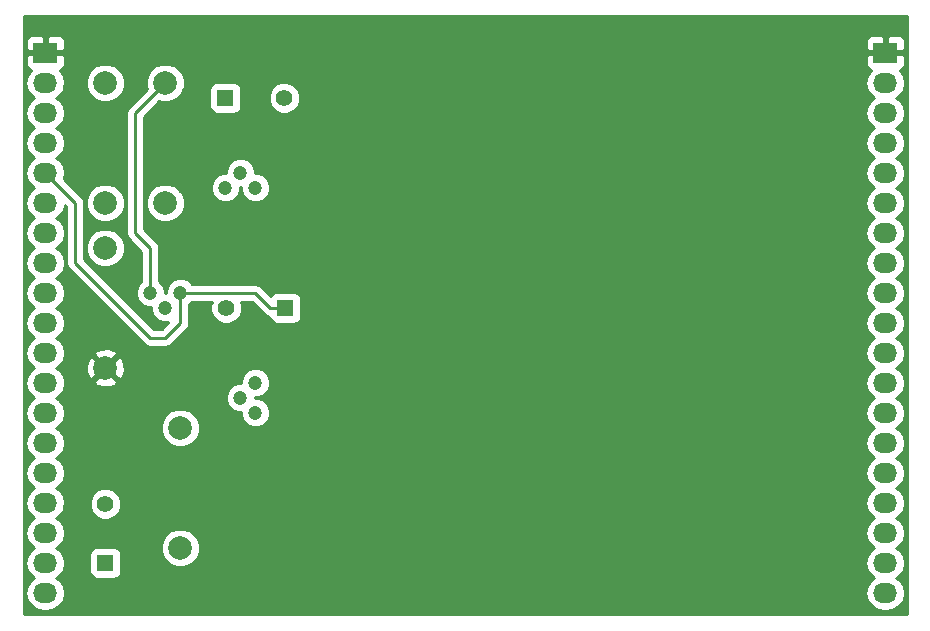
<source format=gbr>
G04 #@! TF.FileFunction,Copper,L2,Bot,Signal*
%FSLAX46Y46*%
G04 Gerber Fmt 4.6, Leading zero omitted, Abs format (unit mm)*
G04 Created by KiCad (PCBNEW 4.0.3+e1-6302~38~ubuntu16.04.1-stable) date Thu Aug 25 17:12:23 2016*
%MOMM*%
%LPD*%
G01*
G04 APERTURE LIST*
%ADD10C,0.100000*%
%ADD11R,1.400000X1.400000*%
%ADD12C,1.400000*%
%ADD13C,1.998980*%
%ADD14C,1.200000*%
%ADD15R,2.032000X1.727200*%
%ADD16O,2.032000X1.727200*%
%ADD17C,0.250000*%
%ADD18C,0.254000*%
G04 APERTURE END LIST*
D10*
D11*
X66040000Y-113030000D03*
D12*
X66040000Y-108030000D03*
D13*
X72390000Y-101600000D03*
X72390000Y-111760000D03*
D14*
X78740000Y-97790000D03*
X77470000Y-99060000D03*
X78740000Y-100330000D03*
X69850000Y-90170000D03*
X71120000Y-91440000D03*
X72390000Y-90170000D03*
D11*
X81280000Y-91440000D03*
D12*
X76280000Y-91440000D03*
D14*
X78740000Y-81280000D03*
X77470000Y-80010000D03*
X76200000Y-81280000D03*
D13*
X66040000Y-86360000D03*
X66040000Y-96520000D03*
D11*
X76200000Y-73660000D03*
D12*
X81200000Y-73660000D03*
D13*
X66040000Y-72390000D03*
X66040000Y-82550000D03*
X71120000Y-72390000D03*
X71120000Y-82550000D03*
D15*
X60960000Y-69850000D03*
D16*
X60960000Y-72390000D03*
X60960000Y-74930000D03*
X60960000Y-77470000D03*
X60960000Y-80010000D03*
X60960000Y-82550000D03*
X60960000Y-85090000D03*
X60960000Y-87630000D03*
X60960000Y-90170000D03*
X60960000Y-92710000D03*
X60960000Y-95250000D03*
X60960000Y-97790000D03*
X60960000Y-100330000D03*
X60960000Y-102870000D03*
X60960000Y-105410000D03*
X60960000Y-107950000D03*
X60960000Y-110490000D03*
X60960000Y-113030000D03*
X60960000Y-115570000D03*
D15*
X132080000Y-69850000D03*
D16*
X132080000Y-72390000D03*
X132080000Y-74930000D03*
X132080000Y-77470000D03*
X132080000Y-80010000D03*
X132080000Y-82550000D03*
X132080000Y-85090000D03*
X132080000Y-87630000D03*
X132080000Y-90170000D03*
X132080000Y-92710000D03*
X132080000Y-95250000D03*
X132080000Y-97790000D03*
X132080000Y-100330000D03*
X132080000Y-102870000D03*
X132080000Y-105410000D03*
X132080000Y-107950000D03*
X132080000Y-110490000D03*
X132080000Y-113030000D03*
X132080000Y-115570000D03*
D17*
X72390000Y-90170000D02*
X72390000Y-92710000D01*
X72390000Y-92710000D02*
X71120000Y-93980000D01*
X71120000Y-93980000D02*
X69850000Y-93980000D01*
X69850000Y-93980000D02*
X64770000Y-88900000D01*
X64770000Y-88900000D02*
X63500000Y-87630000D01*
X63500000Y-87630000D02*
X63500000Y-82550000D01*
X63500000Y-82550000D02*
X60960000Y-80010000D01*
X72390000Y-90170000D02*
X78740000Y-90170000D01*
X80010000Y-91440000D02*
X81280000Y-91440000D01*
X78740000Y-90170000D02*
X80010000Y-91440000D01*
X69850000Y-90170000D02*
X69850000Y-86360000D01*
X68580000Y-74930000D02*
X71120000Y-72390000D01*
X68580000Y-85090000D02*
X68580000Y-74930000D01*
X69850000Y-86360000D02*
X68580000Y-85090000D01*
D18*
G36*
X133910000Y-117400000D02*
X59130000Y-117400000D01*
X59130000Y-72390000D01*
X59276655Y-72390000D01*
X59390729Y-72963489D01*
X59715585Y-73449670D01*
X60030366Y-73660000D01*
X59715585Y-73870330D01*
X59390729Y-74356511D01*
X59276655Y-74930000D01*
X59390729Y-75503489D01*
X59715585Y-75989670D01*
X60030366Y-76200000D01*
X59715585Y-76410330D01*
X59390729Y-76896511D01*
X59276655Y-77470000D01*
X59390729Y-78043489D01*
X59715585Y-78529670D01*
X60030366Y-78740000D01*
X59715585Y-78950330D01*
X59390729Y-79436511D01*
X59276655Y-80010000D01*
X59390729Y-80583489D01*
X59715585Y-81069670D01*
X60030366Y-81280000D01*
X59715585Y-81490330D01*
X59390729Y-81976511D01*
X59276655Y-82550000D01*
X59390729Y-83123489D01*
X59715585Y-83609670D01*
X60030366Y-83820000D01*
X59715585Y-84030330D01*
X59390729Y-84516511D01*
X59276655Y-85090000D01*
X59390729Y-85663489D01*
X59715585Y-86149670D01*
X60030366Y-86360000D01*
X59715585Y-86570330D01*
X59390729Y-87056511D01*
X59276655Y-87630000D01*
X59390729Y-88203489D01*
X59715585Y-88689670D01*
X60030366Y-88900000D01*
X59715585Y-89110330D01*
X59390729Y-89596511D01*
X59276655Y-90170000D01*
X59390729Y-90743489D01*
X59715585Y-91229670D01*
X60030366Y-91440000D01*
X59715585Y-91650330D01*
X59390729Y-92136511D01*
X59276655Y-92710000D01*
X59390729Y-93283489D01*
X59715585Y-93769670D01*
X60030366Y-93980000D01*
X59715585Y-94190330D01*
X59390729Y-94676511D01*
X59276655Y-95250000D01*
X59390729Y-95823489D01*
X59715585Y-96309670D01*
X60030366Y-96520000D01*
X59715585Y-96730330D01*
X59390729Y-97216511D01*
X59276655Y-97790000D01*
X59390729Y-98363489D01*
X59715585Y-98849670D01*
X60030366Y-99060000D01*
X59715585Y-99270330D01*
X59390729Y-99756511D01*
X59276655Y-100330000D01*
X59390729Y-100903489D01*
X59715585Y-101389670D01*
X60030366Y-101600000D01*
X59715585Y-101810330D01*
X59390729Y-102296511D01*
X59276655Y-102870000D01*
X59390729Y-103443489D01*
X59715585Y-103929670D01*
X60030366Y-104140000D01*
X59715585Y-104350330D01*
X59390729Y-104836511D01*
X59276655Y-105410000D01*
X59390729Y-105983489D01*
X59715585Y-106469670D01*
X60030366Y-106680000D01*
X59715585Y-106890330D01*
X59390729Y-107376511D01*
X59276655Y-107950000D01*
X59390729Y-108523489D01*
X59715585Y-109009670D01*
X60030366Y-109220000D01*
X59715585Y-109430330D01*
X59390729Y-109916511D01*
X59276655Y-110490000D01*
X59390729Y-111063489D01*
X59715585Y-111549670D01*
X60030366Y-111760000D01*
X59715585Y-111970330D01*
X59390729Y-112456511D01*
X59276655Y-113030000D01*
X59390729Y-113603489D01*
X59715585Y-114089670D01*
X60030366Y-114300000D01*
X59715585Y-114510330D01*
X59390729Y-114996511D01*
X59276655Y-115570000D01*
X59390729Y-116143489D01*
X59715585Y-116629670D01*
X60201766Y-116954526D01*
X60775255Y-117068600D01*
X61144745Y-117068600D01*
X61718234Y-116954526D01*
X62204415Y-116629670D01*
X62529271Y-116143489D01*
X62643345Y-115570000D01*
X62529271Y-114996511D01*
X62204415Y-114510330D01*
X61889634Y-114300000D01*
X62204415Y-114089670D01*
X62529271Y-113603489D01*
X62643345Y-113030000D01*
X62529271Y-112456511D01*
X62444739Y-112330000D01*
X64692560Y-112330000D01*
X64692560Y-113730000D01*
X64736838Y-113965317D01*
X64875910Y-114181441D01*
X65088110Y-114326431D01*
X65340000Y-114377440D01*
X66740000Y-114377440D01*
X66975317Y-114333162D01*
X67191441Y-114194090D01*
X67336431Y-113981890D01*
X67387440Y-113730000D01*
X67387440Y-112330000D01*
X67343162Y-112094683D01*
X67336091Y-112083694D01*
X70755226Y-112083694D01*
X71003538Y-112684655D01*
X71462927Y-113144846D01*
X72063453Y-113394206D01*
X72713694Y-113394774D01*
X73314655Y-113146462D01*
X73774846Y-112687073D01*
X74024206Y-112086547D01*
X74024774Y-111436306D01*
X73776462Y-110835345D01*
X73317073Y-110375154D01*
X72716547Y-110125794D01*
X72066306Y-110125226D01*
X71465345Y-110373538D01*
X71005154Y-110832927D01*
X70755794Y-111433453D01*
X70755226Y-112083694D01*
X67336091Y-112083694D01*
X67204090Y-111878559D01*
X66991890Y-111733569D01*
X66740000Y-111682560D01*
X65340000Y-111682560D01*
X65104683Y-111726838D01*
X64888559Y-111865910D01*
X64743569Y-112078110D01*
X64692560Y-112330000D01*
X62444739Y-112330000D01*
X62204415Y-111970330D01*
X61889634Y-111760000D01*
X62204415Y-111549670D01*
X62529271Y-111063489D01*
X62643345Y-110490000D01*
X62529271Y-109916511D01*
X62204415Y-109430330D01*
X61889634Y-109220000D01*
X62204415Y-109009670D01*
X62529271Y-108523489D01*
X62574842Y-108294383D01*
X64704769Y-108294383D01*
X64907582Y-108785229D01*
X65282796Y-109161098D01*
X65773287Y-109364768D01*
X66304383Y-109365231D01*
X66795229Y-109162418D01*
X67171098Y-108787204D01*
X67374768Y-108296713D01*
X67375231Y-107765617D01*
X67172418Y-107274771D01*
X66797204Y-106898902D01*
X66306713Y-106695232D01*
X65775617Y-106694769D01*
X65284771Y-106897582D01*
X64908902Y-107272796D01*
X64705232Y-107763287D01*
X64704769Y-108294383D01*
X62574842Y-108294383D01*
X62643345Y-107950000D01*
X62529271Y-107376511D01*
X62204415Y-106890330D01*
X61889634Y-106680000D01*
X62204415Y-106469670D01*
X62529271Y-105983489D01*
X62643345Y-105410000D01*
X62529271Y-104836511D01*
X62204415Y-104350330D01*
X61889634Y-104140000D01*
X62204415Y-103929670D01*
X62529271Y-103443489D01*
X62643345Y-102870000D01*
X62529271Y-102296511D01*
X62280163Y-101923694D01*
X70755226Y-101923694D01*
X71003538Y-102524655D01*
X71462927Y-102984846D01*
X72063453Y-103234206D01*
X72713694Y-103234774D01*
X73314655Y-102986462D01*
X73774846Y-102527073D01*
X74024206Y-101926547D01*
X74024774Y-101276306D01*
X73776462Y-100675345D01*
X73317073Y-100215154D01*
X72716547Y-99965794D01*
X72066306Y-99965226D01*
X71465345Y-100213538D01*
X71005154Y-100672927D01*
X70755794Y-101273453D01*
X70755226Y-101923694D01*
X62280163Y-101923694D01*
X62204415Y-101810330D01*
X61889634Y-101600000D01*
X62204415Y-101389670D01*
X62529271Y-100903489D01*
X62643345Y-100330000D01*
X62529271Y-99756511D01*
X62227300Y-99304579D01*
X76234786Y-99304579D01*
X76422408Y-99758657D01*
X76769515Y-100106371D01*
X77223266Y-100294785D01*
X77505030Y-100295031D01*
X77504786Y-100574579D01*
X77692408Y-101028657D01*
X78039515Y-101376371D01*
X78493266Y-101564785D01*
X78984579Y-101565214D01*
X79438657Y-101377592D01*
X79786371Y-101030485D01*
X79974785Y-100576734D01*
X79975214Y-100085421D01*
X79787592Y-99631343D01*
X79440485Y-99283629D01*
X78986734Y-99095215D01*
X78704970Y-99094969D01*
X78705031Y-99024970D01*
X78984579Y-99025214D01*
X79438657Y-98837592D01*
X79786371Y-98490485D01*
X79974785Y-98036734D01*
X79975214Y-97545421D01*
X79787592Y-97091343D01*
X79440485Y-96743629D01*
X78986734Y-96555215D01*
X78495421Y-96554786D01*
X78041343Y-96742408D01*
X77693629Y-97089515D01*
X77505215Y-97543266D01*
X77504969Y-97825030D01*
X77225421Y-97824786D01*
X76771343Y-98012408D01*
X76423629Y-98359515D01*
X76235215Y-98813266D01*
X76234786Y-99304579D01*
X62227300Y-99304579D01*
X62204415Y-99270330D01*
X61889634Y-99060000D01*
X62204415Y-98849670D01*
X62529271Y-98363489D01*
X62643345Y-97790000D01*
X62619906Y-97672163D01*
X65067443Y-97672163D01*
X65166042Y-97938965D01*
X65775582Y-98165401D01*
X66425377Y-98141341D01*
X66913958Y-97938965D01*
X67012557Y-97672163D01*
X66040000Y-96699605D01*
X65067443Y-97672163D01*
X62619906Y-97672163D01*
X62529271Y-97216511D01*
X62204415Y-96730330D01*
X61889634Y-96520000D01*
X62204415Y-96309670D01*
X62240555Y-96255582D01*
X64394599Y-96255582D01*
X64418659Y-96905377D01*
X64621035Y-97393958D01*
X64887837Y-97492557D01*
X65860395Y-96520000D01*
X66219605Y-96520000D01*
X67192163Y-97492557D01*
X67458965Y-97393958D01*
X67685401Y-96784418D01*
X67661341Y-96134623D01*
X67458965Y-95646042D01*
X67192163Y-95547443D01*
X66219605Y-96520000D01*
X65860395Y-96520000D01*
X64887837Y-95547443D01*
X64621035Y-95646042D01*
X64394599Y-96255582D01*
X62240555Y-96255582D01*
X62529271Y-95823489D01*
X62619905Y-95367837D01*
X65067443Y-95367837D01*
X66040000Y-96340395D01*
X67012557Y-95367837D01*
X66913958Y-95101035D01*
X66304418Y-94874599D01*
X65654623Y-94898659D01*
X65166042Y-95101035D01*
X65067443Y-95367837D01*
X62619905Y-95367837D01*
X62643345Y-95250000D01*
X62529271Y-94676511D01*
X62204415Y-94190330D01*
X61889634Y-93980000D01*
X62204415Y-93769670D01*
X62529271Y-93283489D01*
X62643345Y-92710000D01*
X62529271Y-92136511D01*
X62204415Y-91650330D01*
X61889634Y-91440000D01*
X62204415Y-91229670D01*
X62529271Y-90743489D01*
X62643345Y-90170000D01*
X62529271Y-89596511D01*
X62204415Y-89110330D01*
X61889634Y-88900000D01*
X62204415Y-88689670D01*
X62529271Y-88203489D01*
X62643345Y-87630000D01*
X62529271Y-87056511D01*
X62204415Y-86570330D01*
X61889634Y-86360000D01*
X62204415Y-86149670D01*
X62529271Y-85663489D01*
X62643345Y-85090000D01*
X62529271Y-84516511D01*
X62204415Y-84030330D01*
X61889634Y-83820000D01*
X62204415Y-83609670D01*
X62529271Y-83123489D01*
X62607152Y-82731954D01*
X62740000Y-82864802D01*
X62740000Y-87630000D01*
X62797852Y-87920839D01*
X62962599Y-88167401D01*
X69312599Y-94517401D01*
X69559161Y-94682148D01*
X69850000Y-94740000D01*
X71120000Y-94740000D01*
X71410839Y-94682148D01*
X71657401Y-94517401D01*
X72927401Y-93247401D01*
X73092148Y-93000840D01*
X73150000Y-92710000D01*
X73150000Y-91156356D01*
X73376752Y-90930000D01*
X75046254Y-90930000D01*
X74945232Y-91173287D01*
X74944769Y-91704383D01*
X75147582Y-92195229D01*
X75522796Y-92571098D01*
X76013287Y-92774768D01*
X76544383Y-92775231D01*
X77035229Y-92572418D01*
X77411098Y-92197204D01*
X77614768Y-91706713D01*
X77615231Y-91175617D01*
X77513744Y-90930000D01*
X78425198Y-90930000D01*
X79472599Y-91977401D01*
X79719160Y-92142148D01*
X79941278Y-92186330D01*
X79976838Y-92375317D01*
X80115910Y-92591441D01*
X80328110Y-92736431D01*
X80580000Y-92787440D01*
X81980000Y-92787440D01*
X82215317Y-92743162D01*
X82431441Y-92604090D01*
X82576431Y-92391890D01*
X82627440Y-92140000D01*
X82627440Y-90740000D01*
X82583162Y-90504683D01*
X82444090Y-90288559D01*
X82231890Y-90143569D01*
X81980000Y-90092560D01*
X80580000Y-90092560D01*
X80344683Y-90136838D01*
X80128559Y-90275910D01*
X80044190Y-90399388D01*
X79277401Y-89632599D01*
X79030839Y-89467852D01*
X78740000Y-89410000D01*
X73376356Y-89410000D01*
X73090485Y-89123629D01*
X72636734Y-88935215D01*
X72145421Y-88934786D01*
X71691343Y-89122408D01*
X71343629Y-89469515D01*
X71155215Y-89923266D01*
X71154969Y-90205030D01*
X71084970Y-90204969D01*
X71085214Y-89925421D01*
X70897592Y-89471343D01*
X70610000Y-89183248D01*
X70610000Y-86360000D01*
X70587219Y-86245474D01*
X70552148Y-86069160D01*
X70387401Y-85822599D01*
X69340000Y-84775198D01*
X69340000Y-82873694D01*
X69485226Y-82873694D01*
X69733538Y-83474655D01*
X70192927Y-83934846D01*
X70793453Y-84184206D01*
X71443694Y-84184774D01*
X72044655Y-83936462D01*
X72504846Y-83477073D01*
X72754206Y-82876547D01*
X72754774Y-82226306D01*
X72506462Y-81625345D01*
X72405872Y-81524579D01*
X74964786Y-81524579D01*
X75152408Y-81978657D01*
X75499515Y-82326371D01*
X75953266Y-82514785D01*
X76444579Y-82515214D01*
X76898657Y-82327592D01*
X77246371Y-81980485D01*
X77434785Y-81526734D01*
X77435031Y-81244970D01*
X77505030Y-81245031D01*
X77504786Y-81524579D01*
X77692408Y-81978657D01*
X78039515Y-82326371D01*
X78493266Y-82514785D01*
X78984579Y-82515214D01*
X79438657Y-82327592D01*
X79786371Y-81980485D01*
X79974785Y-81526734D01*
X79975214Y-81035421D01*
X79787592Y-80581343D01*
X79440485Y-80233629D01*
X78986734Y-80045215D01*
X78704970Y-80044969D01*
X78705214Y-79765421D01*
X78517592Y-79311343D01*
X78170485Y-78963629D01*
X77716734Y-78775215D01*
X77225421Y-78774786D01*
X76771343Y-78962408D01*
X76423629Y-79309515D01*
X76235215Y-79763266D01*
X76234969Y-80045030D01*
X75955421Y-80044786D01*
X75501343Y-80232408D01*
X75153629Y-80579515D01*
X74965215Y-81033266D01*
X74964786Y-81524579D01*
X72405872Y-81524579D01*
X72047073Y-81165154D01*
X71446547Y-80915794D01*
X70796306Y-80915226D01*
X70195345Y-81163538D01*
X69735154Y-81622927D01*
X69485794Y-82223453D01*
X69485226Y-82873694D01*
X69340000Y-82873694D01*
X69340000Y-75244802D01*
X70628917Y-73955885D01*
X70793453Y-74024206D01*
X71443694Y-74024774D01*
X72044655Y-73776462D01*
X72504846Y-73317073D01*
X72653115Y-72960000D01*
X74852560Y-72960000D01*
X74852560Y-74360000D01*
X74896838Y-74595317D01*
X75035910Y-74811441D01*
X75248110Y-74956431D01*
X75500000Y-75007440D01*
X76900000Y-75007440D01*
X77135317Y-74963162D01*
X77351441Y-74824090D01*
X77496431Y-74611890D01*
X77547440Y-74360000D01*
X77547440Y-73924383D01*
X79864769Y-73924383D01*
X80067582Y-74415229D01*
X80442796Y-74791098D01*
X80933287Y-74994768D01*
X81464383Y-74995231D01*
X81955229Y-74792418D01*
X82331098Y-74417204D01*
X82534768Y-73926713D01*
X82535231Y-73395617D01*
X82332418Y-72904771D01*
X81957204Y-72528902D01*
X81622692Y-72390000D01*
X130396655Y-72390000D01*
X130510729Y-72963489D01*
X130835585Y-73449670D01*
X131150366Y-73660000D01*
X130835585Y-73870330D01*
X130510729Y-74356511D01*
X130396655Y-74930000D01*
X130510729Y-75503489D01*
X130835585Y-75989670D01*
X131150366Y-76200000D01*
X130835585Y-76410330D01*
X130510729Y-76896511D01*
X130396655Y-77470000D01*
X130510729Y-78043489D01*
X130835585Y-78529670D01*
X131150366Y-78740000D01*
X130835585Y-78950330D01*
X130510729Y-79436511D01*
X130396655Y-80010000D01*
X130510729Y-80583489D01*
X130835585Y-81069670D01*
X131150366Y-81280000D01*
X130835585Y-81490330D01*
X130510729Y-81976511D01*
X130396655Y-82550000D01*
X130510729Y-83123489D01*
X130835585Y-83609670D01*
X131150366Y-83820000D01*
X130835585Y-84030330D01*
X130510729Y-84516511D01*
X130396655Y-85090000D01*
X130510729Y-85663489D01*
X130835585Y-86149670D01*
X131150366Y-86360000D01*
X130835585Y-86570330D01*
X130510729Y-87056511D01*
X130396655Y-87630000D01*
X130510729Y-88203489D01*
X130835585Y-88689670D01*
X131150366Y-88900000D01*
X130835585Y-89110330D01*
X130510729Y-89596511D01*
X130396655Y-90170000D01*
X130510729Y-90743489D01*
X130835585Y-91229670D01*
X131150366Y-91440000D01*
X130835585Y-91650330D01*
X130510729Y-92136511D01*
X130396655Y-92710000D01*
X130510729Y-93283489D01*
X130835585Y-93769670D01*
X131150366Y-93980000D01*
X130835585Y-94190330D01*
X130510729Y-94676511D01*
X130396655Y-95250000D01*
X130510729Y-95823489D01*
X130835585Y-96309670D01*
X131150366Y-96520000D01*
X130835585Y-96730330D01*
X130510729Y-97216511D01*
X130396655Y-97790000D01*
X130510729Y-98363489D01*
X130835585Y-98849670D01*
X131150366Y-99060000D01*
X130835585Y-99270330D01*
X130510729Y-99756511D01*
X130396655Y-100330000D01*
X130510729Y-100903489D01*
X130835585Y-101389670D01*
X131150366Y-101600000D01*
X130835585Y-101810330D01*
X130510729Y-102296511D01*
X130396655Y-102870000D01*
X130510729Y-103443489D01*
X130835585Y-103929670D01*
X131150366Y-104140000D01*
X130835585Y-104350330D01*
X130510729Y-104836511D01*
X130396655Y-105410000D01*
X130510729Y-105983489D01*
X130835585Y-106469670D01*
X131150366Y-106680000D01*
X130835585Y-106890330D01*
X130510729Y-107376511D01*
X130396655Y-107950000D01*
X130510729Y-108523489D01*
X130835585Y-109009670D01*
X131150366Y-109220000D01*
X130835585Y-109430330D01*
X130510729Y-109916511D01*
X130396655Y-110490000D01*
X130510729Y-111063489D01*
X130835585Y-111549670D01*
X131150366Y-111760000D01*
X130835585Y-111970330D01*
X130510729Y-112456511D01*
X130396655Y-113030000D01*
X130510729Y-113603489D01*
X130835585Y-114089670D01*
X131150366Y-114300000D01*
X130835585Y-114510330D01*
X130510729Y-114996511D01*
X130396655Y-115570000D01*
X130510729Y-116143489D01*
X130835585Y-116629670D01*
X131321766Y-116954526D01*
X131895255Y-117068600D01*
X132264745Y-117068600D01*
X132838234Y-116954526D01*
X133324415Y-116629670D01*
X133649271Y-116143489D01*
X133763345Y-115570000D01*
X133649271Y-114996511D01*
X133324415Y-114510330D01*
X133009634Y-114300000D01*
X133324415Y-114089670D01*
X133649271Y-113603489D01*
X133763345Y-113030000D01*
X133649271Y-112456511D01*
X133324415Y-111970330D01*
X133009634Y-111760000D01*
X133324415Y-111549670D01*
X133649271Y-111063489D01*
X133763345Y-110490000D01*
X133649271Y-109916511D01*
X133324415Y-109430330D01*
X133009634Y-109220000D01*
X133324415Y-109009670D01*
X133649271Y-108523489D01*
X133763345Y-107950000D01*
X133649271Y-107376511D01*
X133324415Y-106890330D01*
X133009634Y-106680000D01*
X133324415Y-106469670D01*
X133649271Y-105983489D01*
X133763345Y-105410000D01*
X133649271Y-104836511D01*
X133324415Y-104350330D01*
X133009634Y-104140000D01*
X133324415Y-103929670D01*
X133649271Y-103443489D01*
X133763345Y-102870000D01*
X133649271Y-102296511D01*
X133324415Y-101810330D01*
X133009634Y-101600000D01*
X133324415Y-101389670D01*
X133649271Y-100903489D01*
X133763345Y-100330000D01*
X133649271Y-99756511D01*
X133324415Y-99270330D01*
X133009634Y-99060000D01*
X133324415Y-98849670D01*
X133649271Y-98363489D01*
X133763345Y-97790000D01*
X133649271Y-97216511D01*
X133324415Y-96730330D01*
X133009634Y-96520000D01*
X133324415Y-96309670D01*
X133649271Y-95823489D01*
X133763345Y-95250000D01*
X133649271Y-94676511D01*
X133324415Y-94190330D01*
X133009634Y-93980000D01*
X133324415Y-93769670D01*
X133649271Y-93283489D01*
X133763345Y-92710000D01*
X133649271Y-92136511D01*
X133324415Y-91650330D01*
X133009634Y-91440000D01*
X133324415Y-91229670D01*
X133649271Y-90743489D01*
X133763345Y-90170000D01*
X133649271Y-89596511D01*
X133324415Y-89110330D01*
X133009634Y-88900000D01*
X133324415Y-88689670D01*
X133649271Y-88203489D01*
X133763345Y-87630000D01*
X133649271Y-87056511D01*
X133324415Y-86570330D01*
X133009634Y-86360000D01*
X133324415Y-86149670D01*
X133649271Y-85663489D01*
X133763345Y-85090000D01*
X133649271Y-84516511D01*
X133324415Y-84030330D01*
X133009634Y-83820000D01*
X133324415Y-83609670D01*
X133649271Y-83123489D01*
X133763345Y-82550000D01*
X133649271Y-81976511D01*
X133324415Y-81490330D01*
X133009634Y-81280000D01*
X133324415Y-81069670D01*
X133649271Y-80583489D01*
X133763345Y-80010000D01*
X133649271Y-79436511D01*
X133324415Y-78950330D01*
X133009634Y-78740000D01*
X133324415Y-78529670D01*
X133649271Y-78043489D01*
X133763345Y-77470000D01*
X133649271Y-76896511D01*
X133324415Y-76410330D01*
X133009634Y-76200000D01*
X133324415Y-75989670D01*
X133649271Y-75503489D01*
X133763345Y-74930000D01*
X133649271Y-74356511D01*
X133324415Y-73870330D01*
X133009634Y-73660000D01*
X133324415Y-73449670D01*
X133649271Y-72963489D01*
X133763345Y-72390000D01*
X133649271Y-71816511D01*
X133324415Y-71330330D01*
X133302220Y-71315500D01*
X133455699Y-71251927D01*
X133634327Y-71073298D01*
X133731000Y-70839909D01*
X133731000Y-70135750D01*
X133572250Y-69977000D01*
X132207000Y-69977000D01*
X132207000Y-69997000D01*
X131953000Y-69997000D01*
X131953000Y-69977000D01*
X130587750Y-69977000D01*
X130429000Y-70135750D01*
X130429000Y-70839909D01*
X130525673Y-71073298D01*
X130704301Y-71251927D01*
X130857780Y-71315500D01*
X130835585Y-71330330D01*
X130510729Y-71816511D01*
X130396655Y-72390000D01*
X81622692Y-72390000D01*
X81466713Y-72325232D01*
X80935617Y-72324769D01*
X80444771Y-72527582D01*
X80068902Y-72902796D01*
X79865232Y-73393287D01*
X79864769Y-73924383D01*
X77547440Y-73924383D01*
X77547440Y-72960000D01*
X77503162Y-72724683D01*
X77364090Y-72508559D01*
X77151890Y-72363569D01*
X76900000Y-72312560D01*
X75500000Y-72312560D01*
X75264683Y-72356838D01*
X75048559Y-72495910D01*
X74903569Y-72708110D01*
X74852560Y-72960000D01*
X72653115Y-72960000D01*
X72754206Y-72716547D01*
X72754774Y-72066306D01*
X72506462Y-71465345D01*
X72047073Y-71005154D01*
X71446547Y-70755794D01*
X70796306Y-70755226D01*
X70195345Y-71003538D01*
X69735154Y-71462927D01*
X69485794Y-72063453D01*
X69485226Y-72713694D01*
X69554309Y-72880889D01*
X68042599Y-74392599D01*
X67877852Y-74639161D01*
X67820000Y-74930000D01*
X67820000Y-85090000D01*
X67877852Y-85380839D01*
X68042599Y-85627401D01*
X69090000Y-86674802D01*
X69090000Y-89183644D01*
X68803629Y-89469515D01*
X68615215Y-89923266D01*
X68614786Y-90414579D01*
X68802408Y-90868657D01*
X69149515Y-91216371D01*
X69603266Y-91404785D01*
X69885030Y-91405031D01*
X69884786Y-91684579D01*
X70072408Y-92138657D01*
X70419515Y-92486371D01*
X70873266Y-92674785D01*
X71349997Y-92675201D01*
X70805198Y-93220000D01*
X70164802Y-93220000D01*
X64260000Y-87315198D01*
X64260000Y-86683694D01*
X64405226Y-86683694D01*
X64653538Y-87284655D01*
X65112927Y-87744846D01*
X65713453Y-87994206D01*
X66363694Y-87994774D01*
X66964655Y-87746462D01*
X67424846Y-87287073D01*
X67674206Y-86686547D01*
X67674774Y-86036306D01*
X67426462Y-85435345D01*
X66967073Y-84975154D01*
X66366547Y-84725794D01*
X65716306Y-84725226D01*
X65115345Y-84973538D01*
X64655154Y-85432927D01*
X64405794Y-86033453D01*
X64405226Y-86683694D01*
X64260000Y-86683694D01*
X64260000Y-82873694D01*
X64405226Y-82873694D01*
X64653538Y-83474655D01*
X65112927Y-83934846D01*
X65713453Y-84184206D01*
X66363694Y-84184774D01*
X66964655Y-83936462D01*
X67424846Y-83477073D01*
X67674206Y-82876547D01*
X67674774Y-82226306D01*
X67426462Y-81625345D01*
X66967073Y-81165154D01*
X66366547Y-80915794D01*
X65716306Y-80915226D01*
X65115345Y-81163538D01*
X64655154Y-81622927D01*
X64405794Y-82223453D01*
X64405226Y-82873694D01*
X64260000Y-82873694D01*
X64260000Y-82550000D01*
X64202148Y-82259161D01*
X64202148Y-82259160D01*
X64037401Y-82012599D01*
X62542381Y-80517579D01*
X62643345Y-80010000D01*
X62529271Y-79436511D01*
X62204415Y-78950330D01*
X61889634Y-78740000D01*
X62204415Y-78529670D01*
X62529271Y-78043489D01*
X62643345Y-77470000D01*
X62529271Y-76896511D01*
X62204415Y-76410330D01*
X61889634Y-76200000D01*
X62204415Y-75989670D01*
X62529271Y-75503489D01*
X62643345Y-74930000D01*
X62529271Y-74356511D01*
X62204415Y-73870330D01*
X61889634Y-73660000D01*
X62204415Y-73449670D01*
X62529271Y-72963489D01*
X62578958Y-72713694D01*
X64405226Y-72713694D01*
X64653538Y-73314655D01*
X65112927Y-73774846D01*
X65713453Y-74024206D01*
X66363694Y-74024774D01*
X66964655Y-73776462D01*
X67424846Y-73317073D01*
X67674206Y-72716547D01*
X67674774Y-72066306D01*
X67426462Y-71465345D01*
X66967073Y-71005154D01*
X66366547Y-70755794D01*
X65716306Y-70755226D01*
X65115345Y-71003538D01*
X64655154Y-71462927D01*
X64405794Y-72063453D01*
X64405226Y-72713694D01*
X62578958Y-72713694D01*
X62643345Y-72390000D01*
X62529271Y-71816511D01*
X62204415Y-71330330D01*
X62182220Y-71315500D01*
X62335699Y-71251927D01*
X62514327Y-71073298D01*
X62611000Y-70839909D01*
X62611000Y-70135750D01*
X62452250Y-69977000D01*
X61087000Y-69977000D01*
X61087000Y-69997000D01*
X60833000Y-69997000D01*
X60833000Y-69977000D01*
X59467750Y-69977000D01*
X59309000Y-70135750D01*
X59309000Y-70839909D01*
X59405673Y-71073298D01*
X59584301Y-71251927D01*
X59737780Y-71315500D01*
X59715585Y-71330330D01*
X59390729Y-71816511D01*
X59276655Y-72390000D01*
X59130000Y-72390000D01*
X59130000Y-68860091D01*
X59309000Y-68860091D01*
X59309000Y-69564250D01*
X59467750Y-69723000D01*
X60833000Y-69723000D01*
X60833000Y-68510150D01*
X61087000Y-68510150D01*
X61087000Y-69723000D01*
X62452250Y-69723000D01*
X62611000Y-69564250D01*
X62611000Y-68860091D01*
X130429000Y-68860091D01*
X130429000Y-69564250D01*
X130587750Y-69723000D01*
X131953000Y-69723000D01*
X131953000Y-68510150D01*
X132207000Y-68510150D01*
X132207000Y-69723000D01*
X133572250Y-69723000D01*
X133731000Y-69564250D01*
X133731000Y-68860091D01*
X133634327Y-68626702D01*
X133455699Y-68448073D01*
X133222310Y-68351400D01*
X132365750Y-68351400D01*
X132207000Y-68510150D01*
X131953000Y-68510150D01*
X131794250Y-68351400D01*
X130937690Y-68351400D01*
X130704301Y-68448073D01*
X130525673Y-68626702D01*
X130429000Y-68860091D01*
X62611000Y-68860091D01*
X62514327Y-68626702D01*
X62335699Y-68448073D01*
X62102310Y-68351400D01*
X61245750Y-68351400D01*
X61087000Y-68510150D01*
X60833000Y-68510150D01*
X60674250Y-68351400D01*
X59817690Y-68351400D01*
X59584301Y-68448073D01*
X59405673Y-68626702D01*
X59309000Y-68860091D01*
X59130000Y-68860091D01*
X59130000Y-66750000D01*
X133910000Y-66750000D01*
X133910000Y-117400000D01*
X133910000Y-117400000D01*
G37*
X133910000Y-117400000D02*
X59130000Y-117400000D01*
X59130000Y-72390000D01*
X59276655Y-72390000D01*
X59390729Y-72963489D01*
X59715585Y-73449670D01*
X60030366Y-73660000D01*
X59715585Y-73870330D01*
X59390729Y-74356511D01*
X59276655Y-74930000D01*
X59390729Y-75503489D01*
X59715585Y-75989670D01*
X60030366Y-76200000D01*
X59715585Y-76410330D01*
X59390729Y-76896511D01*
X59276655Y-77470000D01*
X59390729Y-78043489D01*
X59715585Y-78529670D01*
X60030366Y-78740000D01*
X59715585Y-78950330D01*
X59390729Y-79436511D01*
X59276655Y-80010000D01*
X59390729Y-80583489D01*
X59715585Y-81069670D01*
X60030366Y-81280000D01*
X59715585Y-81490330D01*
X59390729Y-81976511D01*
X59276655Y-82550000D01*
X59390729Y-83123489D01*
X59715585Y-83609670D01*
X60030366Y-83820000D01*
X59715585Y-84030330D01*
X59390729Y-84516511D01*
X59276655Y-85090000D01*
X59390729Y-85663489D01*
X59715585Y-86149670D01*
X60030366Y-86360000D01*
X59715585Y-86570330D01*
X59390729Y-87056511D01*
X59276655Y-87630000D01*
X59390729Y-88203489D01*
X59715585Y-88689670D01*
X60030366Y-88900000D01*
X59715585Y-89110330D01*
X59390729Y-89596511D01*
X59276655Y-90170000D01*
X59390729Y-90743489D01*
X59715585Y-91229670D01*
X60030366Y-91440000D01*
X59715585Y-91650330D01*
X59390729Y-92136511D01*
X59276655Y-92710000D01*
X59390729Y-93283489D01*
X59715585Y-93769670D01*
X60030366Y-93980000D01*
X59715585Y-94190330D01*
X59390729Y-94676511D01*
X59276655Y-95250000D01*
X59390729Y-95823489D01*
X59715585Y-96309670D01*
X60030366Y-96520000D01*
X59715585Y-96730330D01*
X59390729Y-97216511D01*
X59276655Y-97790000D01*
X59390729Y-98363489D01*
X59715585Y-98849670D01*
X60030366Y-99060000D01*
X59715585Y-99270330D01*
X59390729Y-99756511D01*
X59276655Y-100330000D01*
X59390729Y-100903489D01*
X59715585Y-101389670D01*
X60030366Y-101600000D01*
X59715585Y-101810330D01*
X59390729Y-102296511D01*
X59276655Y-102870000D01*
X59390729Y-103443489D01*
X59715585Y-103929670D01*
X60030366Y-104140000D01*
X59715585Y-104350330D01*
X59390729Y-104836511D01*
X59276655Y-105410000D01*
X59390729Y-105983489D01*
X59715585Y-106469670D01*
X60030366Y-106680000D01*
X59715585Y-106890330D01*
X59390729Y-107376511D01*
X59276655Y-107950000D01*
X59390729Y-108523489D01*
X59715585Y-109009670D01*
X60030366Y-109220000D01*
X59715585Y-109430330D01*
X59390729Y-109916511D01*
X59276655Y-110490000D01*
X59390729Y-111063489D01*
X59715585Y-111549670D01*
X60030366Y-111760000D01*
X59715585Y-111970330D01*
X59390729Y-112456511D01*
X59276655Y-113030000D01*
X59390729Y-113603489D01*
X59715585Y-114089670D01*
X60030366Y-114300000D01*
X59715585Y-114510330D01*
X59390729Y-114996511D01*
X59276655Y-115570000D01*
X59390729Y-116143489D01*
X59715585Y-116629670D01*
X60201766Y-116954526D01*
X60775255Y-117068600D01*
X61144745Y-117068600D01*
X61718234Y-116954526D01*
X62204415Y-116629670D01*
X62529271Y-116143489D01*
X62643345Y-115570000D01*
X62529271Y-114996511D01*
X62204415Y-114510330D01*
X61889634Y-114300000D01*
X62204415Y-114089670D01*
X62529271Y-113603489D01*
X62643345Y-113030000D01*
X62529271Y-112456511D01*
X62444739Y-112330000D01*
X64692560Y-112330000D01*
X64692560Y-113730000D01*
X64736838Y-113965317D01*
X64875910Y-114181441D01*
X65088110Y-114326431D01*
X65340000Y-114377440D01*
X66740000Y-114377440D01*
X66975317Y-114333162D01*
X67191441Y-114194090D01*
X67336431Y-113981890D01*
X67387440Y-113730000D01*
X67387440Y-112330000D01*
X67343162Y-112094683D01*
X67336091Y-112083694D01*
X70755226Y-112083694D01*
X71003538Y-112684655D01*
X71462927Y-113144846D01*
X72063453Y-113394206D01*
X72713694Y-113394774D01*
X73314655Y-113146462D01*
X73774846Y-112687073D01*
X74024206Y-112086547D01*
X74024774Y-111436306D01*
X73776462Y-110835345D01*
X73317073Y-110375154D01*
X72716547Y-110125794D01*
X72066306Y-110125226D01*
X71465345Y-110373538D01*
X71005154Y-110832927D01*
X70755794Y-111433453D01*
X70755226Y-112083694D01*
X67336091Y-112083694D01*
X67204090Y-111878559D01*
X66991890Y-111733569D01*
X66740000Y-111682560D01*
X65340000Y-111682560D01*
X65104683Y-111726838D01*
X64888559Y-111865910D01*
X64743569Y-112078110D01*
X64692560Y-112330000D01*
X62444739Y-112330000D01*
X62204415Y-111970330D01*
X61889634Y-111760000D01*
X62204415Y-111549670D01*
X62529271Y-111063489D01*
X62643345Y-110490000D01*
X62529271Y-109916511D01*
X62204415Y-109430330D01*
X61889634Y-109220000D01*
X62204415Y-109009670D01*
X62529271Y-108523489D01*
X62574842Y-108294383D01*
X64704769Y-108294383D01*
X64907582Y-108785229D01*
X65282796Y-109161098D01*
X65773287Y-109364768D01*
X66304383Y-109365231D01*
X66795229Y-109162418D01*
X67171098Y-108787204D01*
X67374768Y-108296713D01*
X67375231Y-107765617D01*
X67172418Y-107274771D01*
X66797204Y-106898902D01*
X66306713Y-106695232D01*
X65775617Y-106694769D01*
X65284771Y-106897582D01*
X64908902Y-107272796D01*
X64705232Y-107763287D01*
X64704769Y-108294383D01*
X62574842Y-108294383D01*
X62643345Y-107950000D01*
X62529271Y-107376511D01*
X62204415Y-106890330D01*
X61889634Y-106680000D01*
X62204415Y-106469670D01*
X62529271Y-105983489D01*
X62643345Y-105410000D01*
X62529271Y-104836511D01*
X62204415Y-104350330D01*
X61889634Y-104140000D01*
X62204415Y-103929670D01*
X62529271Y-103443489D01*
X62643345Y-102870000D01*
X62529271Y-102296511D01*
X62280163Y-101923694D01*
X70755226Y-101923694D01*
X71003538Y-102524655D01*
X71462927Y-102984846D01*
X72063453Y-103234206D01*
X72713694Y-103234774D01*
X73314655Y-102986462D01*
X73774846Y-102527073D01*
X74024206Y-101926547D01*
X74024774Y-101276306D01*
X73776462Y-100675345D01*
X73317073Y-100215154D01*
X72716547Y-99965794D01*
X72066306Y-99965226D01*
X71465345Y-100213538D01*
X71005154Y-100672927D01*
X70755794Y-101273453D01*
X70755226Y-101923694D01*
X62280163Y-101923694D01*
X62204415Y-101810330D01*
X61889634Y-101600000D01*
X62204415Y-101389670D01*
X62529271Y-100903489D01*
X62643345Y-100330000D01*
X62529271Y-99756511D01*
X62227300Y-99304579D01*
X76234786Y-99304579D01*
X76422408Y-99758657D01*
X76769515Y-100106371D01*
X77223266Y-100294785D01*
X77505030Y-100295031D01*
X77504786Y-100574579D01*
X77692408Y-101028657D01*
X78039515Y-101376371D01*
X78493266Y-101564785D01*
X78984579Y-101565214D01*
X79438657Y-101377592D01*
X79786371Y-101030485D01*
X79974785Y-100576734D01*
X79975214Y-100085421D01*
X79787592Y-99631343D01*
X79440485Y-99283629D01*
X78986734Y-99095215D01*
X78704970Y-99094969D01*
X78705031Y-99024970D01*
X78984579Y-99025214D01*
X79438657Y-98837592D01*
X79786371Y-98490485D01*
X79974785Y-98036734D01*
X79975214Y-97545421D01*
X79787592Y-97091343D01*
X79440485Y-96743629D01*
X78986734Y-96555215D01*
X78495421Y-96554786D01*
X78041343Y-96742408D01*
X77693629Y-97089515D01*
X77505215Y-97543266D01*
X77504969Y-97825030D01*
X77225421Y-97824786D01*
X76771343Y-98012408D01*
X76423629Y-98359515D01*
X76235215Y-98813266D01*
X76234786Y-99304579D01*
X62227300Y-99304579D01*
X62204415Y-99270330D01*
X61889634Y-99060000D01*
X62204415Y-98849670D01*
X62529271Y-98363489D01*
X62643345Y-97790000D01*
X62619906Y-97672163D01*
X65067443Y-97672163D01*
X65166042Y-97938965D01*
X65775582Y-98165401D01*
X66425377Y-98141341D01*
X66913958Y-97938965D01*
X67012557Y-97672163D01*
X66040000Y-96699605D01*
X65067443Y-97672163D01*
X62619906Y-97672163D01*
X62529271Y-97216511D01*
X62204415Y-96730330D01*
X61889634Y-96520000D01*
X62204415Y-96309670D01*
X62240555Y-96255582D01*
X64394599Y-96255582D01*
X64418659Y-96905377D01*
X64621035Y-97393958D01*
X64887837Y-97492557D01*
X65860395Y-96520000D01*
X66219605Y-96520000D01*
X67192163Y-97492557D01*
X67458965Y-97393958D01*
X67685401Y-96784418D01*
X67661341Y-96134623D01*
X67458965Y-95646042D01*
X67192163Y-95547443D01*
X66219605Y-96520000D01*
X65860395Y-96520000D01*
X64887837Y-95547443D01*
X64621035Y-95646042D01*
X64394599Y-96255582D01*
X62240555Y-96255582D01*
X62529271Y-95823489D01*
X62619905Y-95367837D01*
X65067443Y-95367837D01*
X66040000Y-96340395D01*
X67012557Y-95367837D01*
X66913958Y-95101035D01*
X66304418Y-94874599D01*
X65654623Y-94898659D01*
X65166042Y-95101035D01*
X65067443Y-95367837D01*
X62619905Y-95367837D01*
X62643345Y-95250000D01*
X62529271Y-94676511D01*
X62204415Y-94190330D01*
X61889634Y-93980000D01*
X62204415Y-93769670D01*
X62529271Y-93283489D01*
X62643345Y-92710000D01*
X62529271Y-92136511D01*
X62204415Y-91650330D01*
X61889634Y-91440000D01*
X62204415Y-91229670D01*
X62529271Y-90743489D01*
X62643345Y-90170000D01*
X62529271Y-89596511D01*
X62204415Y-89110330D01*
X61889634Y-88900000D01*
X62204415Y-88689670D01*
X62529271Y-88203489D01*
X62643345Y-87630000D01*
X62529271Y-87056511D01*
X62204415Y-86570330D01*
X61889634Y-86360000D01*
X62204415Y-86149670D01*
X62529271Y-85663489D01*
X62643345Y-85090000D01*
X62529271Y-84516511D01*
X62204415Y-84030330D01*
X61889634Y-83820000D01*
X62204415Y-83609670D01*
X62529271Y-83123489D01*
X62607152Y-82731954D01*
X62740000Y-82864802D01*
X62740000Y-87630000D01*
X62797852Y-87920839D01*
X62962599Y-88167401D01*
X69312599Y-94517401D01*
X69559161Y-94682148D01*
X69850000Y-94740000D01*
X71120000Y-94740000D01*
X71410839Y-94682148D01*
X71657401Y-94517401D01*
X72927401Y-93247401D01*
X73092148Y-93000840D01*
X73150000Y-92710000D01*
X73150000Y-91156356D01*
X73376752Y-90930000D01*
X75046254Y-90930000D01*
X74945232Y-91173287D01*
X74944769Y-91704383D01*
X75147582Y-92195229D01*
X75522796Y-92571098D01*
X76013287Y-92774768D01*
X76544383Y-92775231D01*
X77035229Y-92572418D01*
X77411098Y-92197204D01*
X77614768Y-91706713D01*
X77615231Y-91175617D01*
X77513744Y-90930000D01*
X78425198Y-90930000D01*
X79472599Y-91977401D01*
X79719160Y-92142148D01*
X79941278Y-92186330D01*
X79976838Y-92375317D01*
X80115910Y-92591441D01*
X80328110Y-92736431D01*
X80580000Y-92787440D01*
X81980000Y-92787440D01*
X82215317Y-92743162D01*
X82431441Y-92604090D01*
X82576431Y-92391890D01*
X82627440Y-92140000D01*
X82627440Y-90740000D01*
X82583162Y-90504683D01*
X82444090Y-90288559D01*
X82231890Y-90143569D01*
X81980000Y-90092560D01*
X80580000Y-90092560D01*
X80344683Y-90136838D01*
X80128559Y-90275910D01*
X80044190Y-90399388D01*
X79277401Y-89632599D01*
X79030839Y-89467852D01*
X78740000Y-89410000D01*
X73376356Y-89410000D01*
X73090485Y-89123629D01*
X72636734Y-88935215D01*
X72145421Y-88934786D01*
X71691343Y-89122408D01*
X71343629Y-89469515D01*
X71155215Y-89923266D01*
X71154969Y-90205030D01*
X71084970Y-90204969D01*
X71085214Y-89925421D01*
X70897592Y-89471343D01*
X70610000Y-89183248D01*
X70610000Y-86360000D01*
X70587219Y-86245474D01*
X70552148Y-86069160D01*
X70387401Y-85822599D01*
X69340000Y-84775198D01*
X69340000Y-82873694D01*
X69485226Y-82873694D01*
X69733538Y-83474655D01*
X70192927Y-83934846D01*
X70793453Y-84184206D01*
X71443694Y-84184774D01*
X72044655Y-83936462D01*
X72504846Y-83477073D01*
X72754206Y-82876547D01*
X72754774Y-82226306D01*
X72506462Y-81625345D01*
X72405872Y-81524579D01*
X74964786Y-81524579D01*
X75152408Y-81978657D01*
X75499515Y-82326371D01*
X75953266Y-82514785D01*
X76444579Y-82515214D01*
X76898657Y-82327592D01*
X77246371Y-81980485D01*
X77434785Y-81526734D01*
X77435031Y-81244970D01*
X77505030Y-81245031D01*
X77504786Y-81524579D01*
X77692408Y-81978657D01*
X78039515Y-82326371D01*
X78493266Y-82514785D01*
X78984579Y-82515214D01*
X79438657Y-82327592D01*
X79786371Y-81980485D01*
X79974785Y-81526734D01*
X79975214Y-81035421D01*
X79787592Y-80581343D01*
X79440485Y-80233629D01*
X78986734Y-80045215D01*
X78704970Y-80044969D01*
X78705214Y-79765421D01*
X78517592Y-79311343D01*
X78170485Y-78963629D01*
X77716734Y-78775215D01*
X77225421Y-78774786D01*
X76771343Y-78962408D01*
X76423629Y-79309515D01*
X76235215Y-79763266D01*
X76234969Y-80045030D01*
X75955421Y-80044786D01*
X75501343Y-80232408D01*
X75153629Y-80579515D01*
X74965215Y-81033266D01*
X74964786Y-81524579D01*
X72405872Y-81524579D01*
X72047073Y-81165154D01*
X71446547Y-80915794D01*
X70796306Y-80915226D01*
X70195345Y-81163538D01*
X69735154Y-81622927D01*
X69485794Y-82223453D01*
X69485226Y-82873694D01*
X69340000Y-82873694D01*
X69340000Y-75244802D01*
X70628917Y-73955885D01*
X70793453Y-74024206D01*
X71443694Y-74024774D01*
X72044655Y-73776462D01*
X72504846Y-73317073D01*
X72653115Y-72960000D01*
X74852560Y-72960000D01*
X74852560Y-74360000D01*
X74896838Y-74595317D01*
X75035910Y-74811441D01*
X75248110Y-74956431D01*
X75500000Y-75007440D01*
X76900000Y-75007440D01*
X77135317Y-74963162D01*
X77351441Y-74824090D01*
X77496431Y-74611890D01*
X77547440Y-74360000D01*
X77547440Y-73924383D01*
X79864769Y-73924383D01*
X80067582Y-74415229D01*
X80442796Y-74791098D01*
X80933287Y-74994768D01*
X81464383Y-74995231D01*
X81955229Y-74792418D01*
X82331098Y-74417204D01*
X82534768Y-73926713D01*
X82535231Y-73395617D01*
X82332418Y-72904771D01*
X81957204Y-72528902D01*
X81622692Y-72390000D01*
X130396655Y-72390000D01*
X130510729Y-72963489D01*
X130835585Y-73449670D01*
X131150366Y-73660000D01*
X130835585Y-73870330D01*
X130510729Y-74356511D01*
X130396655Y-74930000D01*
X130510729Y-75503489D01*
X130835585Y-75989670D01*
X131150366Y-76200000D01*
X130835585Y-76410330D01*
X130510729Y-76896511D01*
X130396655Y-77470000D01*
X130510729Y-78043489D01*
X130835585Y-78529670D01*
X131150366Y-78740000D01*
X130835585Y-78950330D01*
X130510729Y-79436511D01*
X130396655Y-80010000D01*
X130510729Y-80583489D01*
X130835585Y-81069670D01*
X131150366Y-81280000D01*
X130835585Y-81490330D01*
X130510729Y-81976511D01*
X130396655Y-82550000D01*
X130510729Y-83123489D01*
X130835585Y-83609670D01*
X131150366Y-83820000D01*
X130835585Y-84030330D01*
X130510729Y-84516511D01*
X130396655Y-85090000D01*
X130510729Y-85663489D01*
X130835585Y-86149670D01*
X131150366Y-86360000D01*
X130835585Y-86570330D01*
X130510729Y-87056511D01*
X130396655Y-87630000D01*
X130510729Y-88203489D01*
X130835585Y-88689670D01*
X131150366Y-88900000D01*
X130835585Y-89110330D01*
X130510729Y-89596511D01*
X130396655Y-90170000D01*
X130510729Y-90743489D01*
X130835585Y-91229670D01*
X131150366Y-91440000D01*
X130835585Y-91650330D01*
X130510729Y-92136511D01*
X130396655Y-92710000D01*
X130510729Y-93283489D01*
X130835585Y-93769670D01*
X131150366Y-93980000D01*
X130835585Y-94190330D01*
X130510729Y-94676511D01*
X130396655Y-95250000D01*
X130510729Y-95823489D01*
X130835585Y-96309670D01*
X131150366Y-96520000D01*
X130835585Y-96730330D01*
X130510729Y-97216511D01*
X130396655Y-97790000D01*
X130510729Y-98363489D01*
X130835585Y-98849670D01*
X131150366Y-99060000D01*
X130835585Y-99270330D01*
X130510729Y-99756511D01*
X130396655Y-100330000D01*
X130510729Y-100903489D01*
X130835585Y-101389670D01*
X131150366Y-101600000D01*
X130835585Y-101810330D01*
X130510729Y-102296511D01*
X130396655Y-102870000D01*
X130510729Y-103443489D01*
X130835585Y-103929670D01*
X131150366Y-104140000D01*
X130835585Y-104350330D01*
X130510729Y-104836511D01*
X130396655Y-105410000D01*
X130510729Y-105983489D01*
X130835585Y-106469670D01*
X131150366Y-106680000D01*
X130835585Y-106890330D01*
X130510729Y-107376511D01*
X130396655Y-107950000D01*
X130510729Y-108523489D01*
X130835585Y-109009670D01*
X131150366Y-109220000D01*
X130835585Y-109430330D01*
X130510729Y-109916511D01*
X130396655Y-110490000D01*
X130510729Y-111063489D01*
X130835585Y-111549670D01*
X131150366Y-111760000D01*
X130835585Y-111970330D01*
X130510729Y-112456511D01*
X130396655Y-113030000D01*
X130510729Y-113603489D01*
X130835585Y-114089670D01*
X131150366Y-114300000D01*
X130835585Y-114510330D01*
X130510729Y-114996511D01*
X130396655Y-115570000D01*
X130510729Y-116143489D01*
X130835585Y-116629670D01*
X131321766Y-116954526D01*
X131895255Y-117068600D01*
X132264745Y-117068600D01*
X132838234Y-116954526D01*
X133324415Y-116629670D01*
X133649271Y-116143489D01*
X133763345Y-115570000D01*
X133649271Y-114996511D01*
X133324415Y-114510330D01*
X133009634Y-114300000D01*
X133324415Y-114089670D01*
X133649271Y-113603489D01*
X133763345Y-113030000D01*
X133649271Y-112456511D01*
X133324415Y-111970330D01*
X133009634Y-111760000D01*
X133324415Y-111549670D01*
X133649271Y-111063489D01*
X133763345Y-110490000D01*
X133649271Y-109916511D01*
X133324415Y-109430330D01*
X133009634Y-109220000D01*
X133324415Y-109009670D01*
X133649271Y-108523489D01*
X133763345Y-107950000D01*
X133649271Y-107376511D01*
X133324415Y-106890330D01*
X133009634Y-106680000D01*
X133324415Y-106469670D01*
X133649271Y-105983489D01*
X133763345Y-105410000D01*
X133649271Y-104836511D01*
X133324415Y-104350330D01*
X133009634Y-104140000D01*
X133324415Y-103929670D01*
X133649271Y-103443489D01*
X133763345Y-102870000D01*
X133649271Y-102296511D01*
X133324415Y-101810330D01*
X133009634Y-101600000D01*
X133324415Y-101389670D01*
X133649271Y-100903489D01*
X133763345Y-100330000D01*
X133649271Y-99756511D01*
X133324415Y-99270330D01*
X133009634Y-99060000D01*
X133324415Y-98849670D01*
X133649271Y-98363489D01*
X133763345Y-97790000D01*
X133649271Y-97216511D01*
X133324415Y-96730330D01*
X133009634Y-96520000D01*
X133324415Y-96309670D01*
X133649271Y-95823489D01*
X133763345Y-95250000D01*
X133649271Y-94676511D01*
X133324415Y-94190330D01*
X133009634Y-93980000D01*
X133324415Y-93769670D01*
X133649271Y-93283489D01*
X133763345Y-92710000D01*
X133649271Y-92136511D01*
X133324415Y-91650330D01*
X133009634Y-91440000D01*
X133324415Y-91229670D01*
X133649271Y-90743489D01*
X133763345Y-90170000D01*
X133649271Y-89596511D01*
X133324415Y-89110330D01*
X133009634Y-88900000D01*
X133324415Y-88689670D01*
X133649271Y-88203489D01*
X133763345Y-87630000D01*
X133649271Y-87056511D01*
X133324415Y-86570330D01*
X133009634Y-86360000D01*
X133324415Y-86149670D01*
X133649271Y-85663489D01*
X133763345Y-85090000D01*
X133649271Y-84516511D01*
X133324415Y-84030330D01*
X133009634Y-83820000D01*
X133324415Y-83609670D01*
X133649271Y-83123489D01*
X133763345Y-82550000D01*
X133649271Y-81976511D01*
X133324415Y-81490330D01*
X133009634Y-81280000D01*
X133324415Y-81069670D01*
X133649271Y-80583489D01*
X133763345Y-80010000D01*
X133649271Y-79436511D01*
X133324415Y-78950330D01*
X133009634Y-78740000D01*
X133324415Y-78529670D01*
X133649271Y-78043489D01*
X133763345Y-77470000D01*
X133649271Y-76896511D01*
X133324415Y-76410330D01*
X133009634Y-76200000D01*
X133324415Y-75989670D01*
X133649271Y-75503489D01*
X133763345Y-74930000D01*
X133649271Y-74356511D01*
X133324415Y-73870330D01*
X133009634Y-73660000D01*
X133324415Y-73449670D01*
X133649271Y-72963489D01*
X133763345Y-72390000D01*
X133649271Y-71816511D01*
X133324415Y-71330330D01*
X133302220Y-71315500D01*
X133455699Y-71251927D01*
X133634327Y-71073298D01*
X133731000Y-70839909D01*
X133731000Y-70135750D01*
X133572250Y-69977000D01*
X132207000Y-69977000D01*
X132207000Y-69997000D01*
X131953000Y-69997000D01*
X131953000Y-69977000D01*
X130587750Y-69977000D01*
X130429000Y-70135750D01*
X130429000Y-70839909D01*
X130525673Y-71073298D01*
X130704301Y-71251927D01*
X130857780Y-71315500D01*
X130835585Y-71330330D01*
X130510729Y-71816511D01*
X130396655Y-72390000D01*
X81622692Y-72390000D01*
X81466713Y-72325232D01*
X80935617Y-72324769D01*
X80444771Y-72527582D01*
X80068902Y-72902796D01*
X79865232Y-73393287D01*
X79864769Y-73924383D01*
X77547440Y-73924383D01*
X77547440Y-72960000D01*
X77503162Y-72724683D01*
X77364090Y-72508559D01*
X77151890Y-72363569D01*
X76900000Y-72312560D01*
X75500000Y-72312560D01*
X75264683Y-72356838D01*
X75048559Y-72495910D01*
X74903569Y-72708110D01*
X74852560Y-72960000D01*
X72653115Y-72960000D01*
X72754206Y-72716547D01*
X72754774Y-72066306D01*
X72506462Y-71465345D01*
X72047073Y-71005154D01*
X71446547Y-70755794D01*
X70796306Y-70755226D01*
X70195345Y-71003538D01*
X69735154Y-71462927D01*
X69485794Y-72063453D01*
X69485226Y-72713694D01*
X69554309Y-72880889D01*
X68042599Y-74392599D01*
X67877852Y-74639161D01*
X67820000Y-74930000D01*
X67820000Y-85090000D01*
X67877852Y-85380839D01*
X68042599Y-85627401D01*
X69090000Y-86674802D01*
X69090000Y-89183644D01*
X68803629Y-89469515D01*
X68615215Y-89923266D01*
X68614786Y-90414579D01*
X68802408Y-90868657D01*
X69149515Y-91216371D01*
X69603266Y-91404785D01*
X69885030Y-91405031D01*
X69884786Y-91684579D01*
X70072408Y-92138657D01*
X70419515Y-92486371D01*
X70873266Y-92674785D01*
X71349997Y-92675201D01*
X70805198Y-93220000D01*
X70164802Y-93220000D01*
X64260000Y-87315198D01*
X64260000Y-86683694D01*
X64405226Y-86683694D01*
X64653538Y-87284655D01*
X65112927Y-87744846D01*
X65713453Y-87994206D01*
X66363694Y-87994774D01*
X66964655Y-87746462D01*
X67424846Y-87287073D01*
X67674206Y-86686547D01*
X67674774Y-86036306D01*
X67426462Y-85435345D01*
X66967073Y-84975154D01*
X66366547Y-84725794D01*
X65716306Y-84725226D01*
X65115345Y-84973538D01*
X64655154Y-85432927D01*
X64405794Y-86033453D01*
X64405226Y-86683694D01*
X64260000Y-86683694D01*
X64260000Y-82873694D01*
X64405226Y-82873694D01*
X64653538Y-83474655D01*
X65112927Y-83934846D01*
X65713453Y-84184206D01*
X66363694Y-84184774D01*
X66964655Y-83936462D01*
X67424846Y-83477073D01*
X67674206Y-82876547D01*
X67674774Y-82226306D01*
X67426462Y-81625345D01*
X66967073Y-81165154D01*
X66366547Y-80915794D01*
X65716306Y-80915226D01*
X65115345Y-81163538D01*
X64655154Y-81622927D01*
X64405794Y-82223453D01*
X64405226Y-82873694D01*
X64260000Y-82873694D01*
X64260000Y-82550000D01*
X64202148Y-82259161D01*
X64202148Y-82259160D01*
X64037401Y-82012599D01*
X62542381Y-80517579D01*
X62643345Y-80010000D01*
X62529271Y-79436511D01*
X62204415Y-78950330D01*
X61889634Y-78740000D01*
X62204415Y-78529670D01*
X62529271Y-78043489D01*
X62643345Y-77470000D01*
X62529271Y-76896511D01*
X62204415Y-76410330D01*
X61889634Y-76200000D01*
X62204415Y-75989670D01*
X62529271Y-75503489D01*
X62643345Y-74930000D01*
X62529271Y-74356511D01*
X62204415Y-73870330D01*
X61889634Y-73660000D01*
X62204415Y-73449670D01*
X62529271Y-72963489D01*
X62578958Y-72713694D01*
X64405226Y-72713694D01*
X64653538Y-73314655D01*
X65112927Y-73774846D01*
X65713453Y-74024206D01*
X66363694Y-74024774D01*
X66964655Y-73776462D01*
X67424846Y-73317073D01*
X67674206Y-72716547D01*
X67674774Y-72066306D01*
X67426462Y-71465345D01*
X66967073Y-71005154D01*
X66366547Y-70755794D01*
X65716306Y-70755226D01*
X65115345Y-71003538D01*
X64655154Y-71462927D01*
X64405794Y-72063453D01*
X64405226Y-72713694D01*
X62578958Y-72713694D01*
X62643345Y-72390000D01*
X62529271Y-71816511D01*
X62204415Y-71330330D01*
X62182220Y-71315500D01*
X62335699Y-71251927D01*
X62514327Y-71073298D01*
X62611000Y-70839909D01*
X62611000Y-70135750D01*
X62452250Y-69977000D01*
X61087000Y-69977000D01*
X61087000Y-69997000D01*
X60833000Y-69997000D01*
X60833000Y-69977000D01*
X59467750Y-69977000D01*
X59309000Y-70135750D01*
X59309000Y-70839909D01*
X59405673Y-71073298D01*
X59584301Y-71251927D01*
X59737780Y-71315500D01*
X59715585Y-71330330D01*
X59390729Y-71816511D01*
X59276655Y-72390000D01*
X59130000Y-72390000D01*
X59130000Y-68860091D01*
X59309000Y-68860091D01*
X59309000Y-69564250D01*
X59467750Y-69723000D01*
X60833000Y-69723000D01*
X60833000Y-68510150D01*
X61087000Y-68510150D01*
X61087000Y-69723000D01*
X62452250Y-69723000D01*
X62611000Y-69564250D01*
X62611000Y-68860091D01*
X130429000Y-68860091D01*
X130429000Y-69564250D01*
X130587750Y-69723000D01*
X131953000Y-69723000D01*
X131953000Y-68510150D01*
X132207000Y-68510150D01*
X132207000Y-69723000D01*
X133572250Y-69723000D01*
X133731000Y-69564250D01*
X133731000Y-68860091D01*
X133634327Y-68626702D01*
X133455699Y-68448073D01*
X133222310Y-68351400D01*
X132365750Y-68351400D01*
X132207000Y-68510150D01*
X131953000Y-68510150D01*
X131794250Y-68351400D01*
X130937690Y-68351400D01*
X130704301Y-68448073D01*
X130525673Y-68626702D01*
X130429000Y-68860091D01*
X62611000Y-68860091D01*
X62514327Y-68626702D01*
X62335699Y-68448073D01*
X62102310Y-68351400D01*
X61245750Y-68351400D01*
X61087000Y-68510150D01*
X60833000Y-68510150D01*
X60674250Y-68351400D01*
X59817690Y-68351400D01*
X59584301Y-68448073D01*
X59405673Y-68626702D01*
X59309000Y-68860091D01*
X59130000Y-68860091D01*
X59130000Y-66750000D01*
X133910000Y-66750000D01*
X133910000Y-117400000D01*
M02*

</source>
